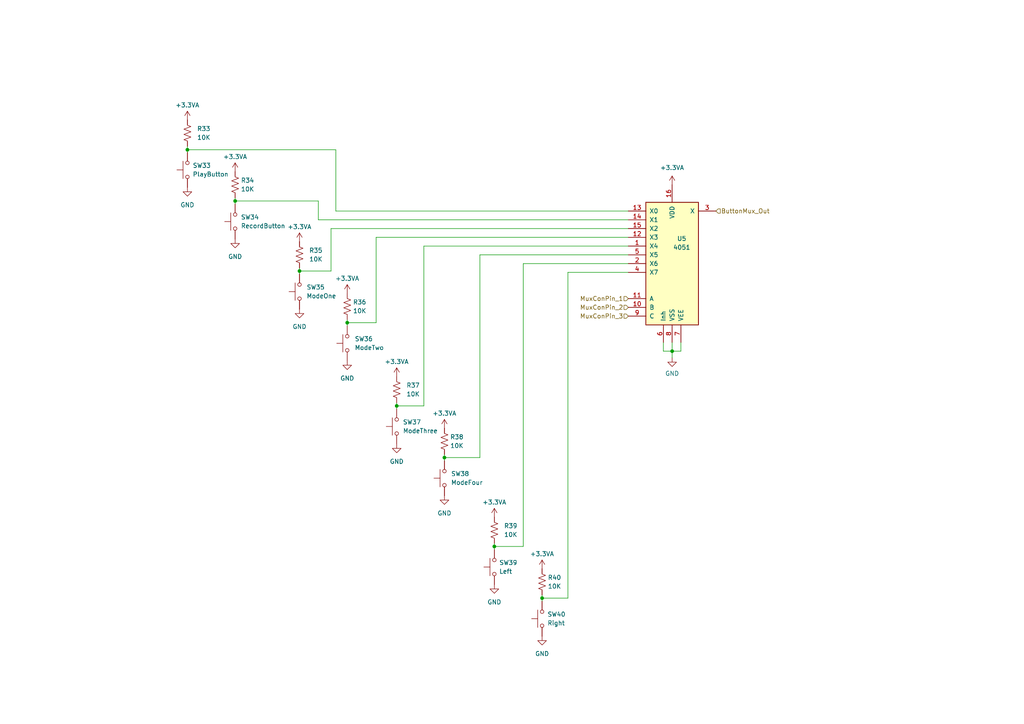
<source format=kicad_sch>
(kicad_sch (version 20230121) (generator eeschema)
  (paper "A4")
  (lib_symbols
    (symbol "4xxx:4051" (pin_names (offset 1.016))
      (property "Reference" "U1" (at 11.176 0 0))
      (property "Value" "4051" (at 11.176 -2.54 0))
      (symbol "4051_1_0"
        (pin passive line (at -12.7 5.08 0) (length 5.08) (name "X4") (number "1"))
        (pin input line (at -12.7 -12.7 0) (length 5.08) (name "B") (number "10"))
        (pin input line (at -12.7 -10.16 0) (length 5.08) (name "A") (number "11"))
        (pin passive line (at -12.7 7.62 0) (length 5.08) (name "X3") (number "12"))
        (pin passive line (at -12.7 15.24 0) (length 5.08) (name "X0") (number "13"))
        (pin passive line (at -12.7 12.7 0) (length 5.08) (name "X1") (number "14"))
        (pin passive line (at -12.7 10.16 0) (length 5.08) (name "X2") (number "15"))
        (pin power_in line (at 0 22.86 270) (length 5.08) (name "VDD") (number "16"))
        (pin passive line (at -12.7 0 0) (length 5.08) (name "X6") (number "2"))
        (pin passive line (at 12.7 15.24 180) (length 5.08) (name "X") (number "3"))
        (pin passive line (at -12.7 -2.54 0) (length 5.08) (name "X7") (number "4"))
        (pin passive line (at -12.7 2.54 0) (length 5.08) (name "X5") (number "5"))
        (pin input line (at -2.54 -22.86 90) (length 5.08) (name "Inh") (number "6"))
        (pin power_in line (at 2.54 -22.86 90) (length 5.08) (name "VEE") (number "7"))
        (pin power_in line (at 0 -22.86 90) (length 5.08) (name "VSS") (number "8"))
        (pin input line (at -12.7 -15.24 0) (length 5.08) (name "C") (number "9"))
      )
      (symbol "4051_1_1"
        (rectangle (start -7.62 17.78) (end 7.62 -17.78) (stroke (width 0.254)) (fill (type background)))
      )
    )
    (symbol "Device:R_US" (pin_numbers hide) (pin_names (offset 0))
      (property "Reference" "R" (at 2.54 0 90))
      (property "Value" "R_US" (at -2.54 0 90))
      (symbol "R_US_0_1"
        (polyline (pts (xy 0 -2.286) (xy 0 -2.54)))
        (polyline (pts (xy 0 2.286) (xy 0 2.54)))
        (polyline (pts (xy 0 -0.762) (xy 1.016 -1.143) (xy 0 -1.524) (xy -1.016 -1.905) (xy 0 -2.286)))
        (polyline (pts (xy 0 0.762) (xy 1.016 0.381) (xy 0 0) (xy -1.016 -0.381) (xy 0 -0.762)))
        (polyline (pts (xy 0 2.286) (xy 1.016 1.905) (xy 0 1.524) (xy -1.016 1.143) (xy 0 0.762)))
      )
      (symbol "R_US_1_1"
        (pin passive line (at 0 3.81 270) (length 1.27) (name "~") (number "1"))
        (pin passive line (at 0 -3.81 90) (length 1.27) (name "~") (number "2"))
      )
    )
    (symbol "Switch:SW_Push" (pin_numbers hide) (pin_names (offset 1.016) hide)
      (property "Reference" "SW" (at 1.27 2.54 0))
      (property "Value" "SW_Push" (at 0 -1.524 0))
      (symbol "SW_Push_0_1"
        (circle (center -2.032 0) (radius 0.508))
        (polyline (pts (xy 0 1.27) (xy 0 3.048)))
        (polyline (pts (xy 2.54 1.27) (xy -2.54 1.27)))
        (circle (center 2.032 0) (radius 0.508))
        (pin passive line (at -5.08 0 0) (length 2.54) (name "1") (number "1"))
        (pin passive line (at 5.08 0 180) (length 2.54) (name "2") (number "2"))
      )
    )
    (symbol "power:+3.3VA" (power) (pin_names (offset 0))
      (property "Value" "+3.3VA" (at 0 3.556 0))
      (symbol "+3.3VA_0_1"
        (polyline (pts (xy -0.762 1.27) (xy 0 2.54)))
        (polyline (pts (xy 0 0) (xy 0 2.54)))
        (polyline (pts (xy 0 2.54) (xy 0.762 1.27)))
      )
      (symbol "+3.3VA_1_1"
        (pin power_in line (at 0 0 90) (length 0) hide (name "+3.3VA") (number "1"))
      )
    )
    (symbol "power:GND" (power) (pin_names (offset 0))
      (property "Value" "GND" (at 0 -3.81 0))
      (symbol "GND_0_1"
        (polyline (pts (xy 0 0) (xy 0 -1.27) (xy 1.27 -1.27) (xy 0 -2.54) (xy -1.27 -1.27) (xy 0 -1.27)))
      )
      (symbol "GND_1_1"
        (pin power_in line (at 0 0 270) (length 0) hide (name "GND") (number "1"))
      )
    )
  )
  (junction (at 115.062 117.729))
  (junction (at 54.356 43.434))
  (junction (at 68.199 58.293))
  (junction (at 143.383 158.496))
  (junction (at 100.711 93.599))
  (junction (at 86.868 78.613))
  (junction (at 194.945 101.854))
  (junction (at 128.905 132.715))
  (junction (at 157.226 173.482))
  (wire (pts (xy 109.093 68.834) (xy 109.093 93.599)))
  (wire (pts (xy 97.409 61.214) (xy 97.409 43.434)))
  (wire (pts (xy 182.245 76.454) (xy 151.765 76.454)))
  (wire (pts (xy 115.062 117.729) (xy 115.062 118.618)))
  (wire (pts (xy 54.356 42.418) (xy 54.356 43.434)))
  (wire (pts (xy 68.199 58.293) (xy 92.329 58.293)))
  (wire (pts (xy 122.936 117.729) (xy 115.062 117.729)))
  (wire (pts (xy 157.226 173.482) (xy 157.226 174.371)))
  (wire (pts (xy 139.192 132.715) (xy 128.905 132.715)))
  (wire (pts (xy 128.905 131.826) (xy 128.905 132.715)))
  (wire (pts (xy 182.245 78.994) (xy 164.719 78.994)))
  (wire (pts (xy 109.093 93.599) (xy 100.711 93.599)))
  (wire (pts (xy 86.868 77.724) (xy 86.868 78.613)))
  (wire (pts (xy 92.329 63.754) (xy 92.329 58.293)))
  (wire (pts (xy 192.405 99.314) (xy 192.405 101.854)))
  (wire (pts (xy 68.199 58.293) (xy 68.199 59.182)))
  (wire (pts (xy 197.485 101.854) (xy 194.945 101.854)))
  (wire (pts (xy 54.356 43.434) (xy 54.356 44.196)))
  (wire (pts (xy 86.868 78.613) (xy 86.868 79.502)))
  (wire (pts (xy 192.405 101.854) (xy 194.945 101.854)))
  (wire (pts (xy 115.062 116.84) (xy 115.062 117.729)))
  (wire (pts (xy 96.012 78.613) (xy 86.868 78.613)))
  (wire (pts (xy 128.905 132.715) (xy 128.905 133.604)))
  (wire (pts (xy 100.711 92.71) (xy 100.711 93.599)))
  (wire (pts (xy 157.226 172.593) (xy 157.226 173.482)))
  (wire (pts (xy 139.192 73.914) (xy 139.192 132.715)))
  (wire (pts (xy 151.765 76.454) (xy 151.765 158.496)))
  (wire (pts (xy 194.945 101.854) (xy 194.945 103.759)))
  (wire (pts (xy 143.383 157.607) (xy 143.383 158.496)))
  (wire (pts (xy 92.329 63.754) (xy 182.245 63.754)))
  (wire (pts (xy 68.199 57.404) (xy 68.199 58.293)))
  (wire (pts (xy 54.356 43.434) (xy 97.409 43.434)))
  (wire (pts (xy 100.711 93.599) (xy 100.711 94.488)))
  (wire (pts (xy 182.245 66.294) (xy 96.012 66.294)))
  (wire (pts (xy 96.012 66.294) (xy 96.012 78.613)))
  (wire (pts (xy 182.245 61.214) (xy 97.409 61.214)))
  (wire (pts (xy 197.485 99.314) (xy 197.485 101.854)))
  (wire (pts (xy 182.245 71.374) (xy 122.936 71.374)))
  (wire (pts (xy 151.765 158.496) (xy 143.383 158.496)))
  (wire (pts (xy 122.936 71.374) (xy 122.936 117.729)))
  (wire (pts (xy 143.383 158.496) (xy 143.383 159.385)))
  (wire (pts (xy 164.719 78.994) (xy 164.719 173.482)))
  (wire (pts (xy 164.719 173.482) (xy 157.226 173.482)))
  (wire (pts (xy 182.245 68.834) (xy 109.093 68.834)))
  (wire (pts (xy 182.245 73.914) (xy 139.192 73.914)))
  (wire (pts (xy 194.945 99.314) (xy 194.945 101.854)))
  (hierarchical_label "ButtonMux_Out" (shape input) (at 207.645 61.214 0))
  (hierarchical_label "MuxConPin_2" (shape input) (at 182.245 89.154 180))
  (hierarchical_label "MuxConPin_3" (shape input) (at 182.245 91.694 180))
  (hierarchical_label "MuxConPin_1" (shape input) (at 182.245 86.614 180))
  (symbol (lib_id "Switch:SW_Push") (at 68.199 64.262 90) (unit 1)
    (property "Reference" "SW34" (at 69.85 62.992 90) (effects (justify right)))
    (property "Value" "RecordButton" (at 69.85 65.532 90) (effects (justify right)))
    (property "Footprint" "Button_Switch_Keyboard:SW_Cherry_MX_1.00u_PCB" (effects hide))
  )
  (symbol (lib_id "power:GND") (at 68.199 69.342 0) (unit 1)
    (property "Reference" "#PWR0104" (effects hide))
    (property "Value" "GND" (at 68.199 74.422 0))
  )
  (symbol (lib_id "Device:R_US") (at 157.226 168.783 0) (unit 1)
    (property "Reference" "R40" (at 158.877 167.513 0) (effects (justify left)))
    (property "Value" "10K" (at 158.877 170.053 0) (effects (justify left)))
    (property "Footprint" "Resistor_SMD:R_1206_3216Metric_Pad1.30x1.75mm_HandSolder" (effects hide))
  )
  (symbol (lib_id "power:GND") (at 54.356 54.356 0) (unit 1)
    (property "Reference" "#PWR0102" (effects hide))
    (property "Value" "GND" (at 54.356 59.436 0))
  )
  (symbol (lib_id "Switch:SW_Push") (at 86.868 84.582 90) (unit 1)
    (property "Reference" "SW35" (at 88.9 83.312 90) (effects (justify right)))
    (property "Value" "ModeOne" (at 88.9 85.852 90) (effects (justify right)))
    (property "Footprint" "Button_Switch_Keyboard:SW_Cherry_MX_1.00u_PCB" (effects hide))
  )
  (symbol (lib_id "power:GND") (at 86.868 89.662 0) (unit 1)
    (property "Reference" "#PWR0106" (effects hide))
    (property "Value" "GND" (at 86.868 94.742 0))
  )
  (symbol (lib_id "Device:R_US") (at 115.062 113.03 0) (unit 1)
    (property "Reference" "R37" (at 117.856 111.76 0) (effects (justify left)))
    (property "Value" "10K" (at 117.856 114.3 0) (effects (justify left)))
    (property "Footprint" "Resistor_SMD:R_1206_3216Metric_Pad1.30x1.75mm_HandSolder" (effects hide))
  )
  (symbol (lib_id "power:GND") (at 194.945 103.759 0) (unit 1)
    (property "Reference" "#PWR0118" (effects hide))
    (property "Value" "GND" (at 194.945 108.331 0))
  )
  (symbol (lib_id "power:GND") (at 157.226 184.531 0) (unit 1)
    (property "Reference" "#PWR0116" (effects hide))
    (property "Value" "GND" (at 157.226 189.611 0))
  )
  (symbol (lib_id "Switch:SW_Push") (at 54.356 49.276 90) (unit 1)
    (property "Reference" "SW33" (at 55.88 48.006 90) (effects (justify right)))
    (property "Value" "PlayButton" (at 55.88 50.546 90) (effects (justify right)))
    (property "Footprint" "Button_Switch_Keyboard:SW_Cherry_MX_1.00u_PCB" (effects hide))
  )
  (symbol (lib_id "power:GND") (at 100.711 104.648 0) (unit 1)
    (property "Reference" "#PWR0108" (effects hide))
    (property "Value" "GND" (at 100.711 109.728 0))
  )
  (symbol (lib_id "Switch:SW_Push") (at 143.383 164.465 90) (unit 1)
    (property "Reference" "SW39" (at 144.78 163.195 90) (effects (justify right)))
    (property "Value" "Left" (at 144.78 165.735 90) (effects (justify right)))
    (property "Footprint" "Button_Switch_Keyboard:SW_Cherry_MX_1.00u_PCB" (effects hide))
  )
  (symbol (lib_id "Switch:SW_Push") (at 100.711 99.568 90) (unit 1)
    (property "Reference" "SW36" (at 102.87 98.298 90) (effects (justify right)))
    (property "Value" "ModeTwo" (at 102.87 100.838 90) (effects (justify right)))
    (property "Footprint" "Button_Switch_Keyboard:SW_Cherry_MX_1.00u_PCB" (effects hide))
  )
  (symbol (lib_id "power:+3.3VA") (at 128.905 124.206 0) (unit 1)
    (property "Reference" "#PWR0111" (effects hide))
    (property "Value" "+3.3VA" (at 128.905 119.888 0))
  )
  (symbol (lib_id "power:+3.3VA") (at 115.062 109.22 0) (unit 1)
    (property "Reference" "#PWR0109" (effects hide))
    (property "Value" "+3.3VA" (at 115.062 104.902 0))
  )
  (symbol (lib_id "4xxx:4051") (at 194.945 76.454 0) (unit 1)
    (property "Reference" "U5" (at 197.739 69.215 0))
    (property "Value" "4051" (at 197.739 71.755 0))
    (property "Footprint" "Package_DIP:DIP-16_W7.62mm_LongPads" (effects hide))
    (property "Datasheet" "http://www.intersil.com/content/dam/Intersil/documents/cd40/cd4051bms-52bms-53bms.pdf" (effects hide))
  )
  (symbol (lib_id "power:+3.3VA") (at 68.199 49.784 0) (unit 1)
    (property "Reference" "#PWR0103" (effects hide))
    (property "Value" "+3.3VA" (at 68.199 45.466 0))
  )
  (symbol (lib_id "Device:R_US") (at 54.356 38.608 0) (unit 1)
    (property "Reference" "R33" (at 57.15 37.338 0) (effects (justify left)))
    (property "Value" "10K" (at 57.15 39.878 0) (effects (justify left)))
    (property "Footprint" "Resistor_SMD:R_1206_3216Metric_Pad1.30x1.75mm_HandSolder" (effects hide))
  )
  (symbol (lib_id "Switch:SW_Push") (at 157.226 179.451 90) (unit 1)
    (property "Reference" "SW40" (at 158.75 178.181 90) (effects (justify right)))
    (property "Value" "Right" (at 158.75 180.721 90) (effects (justify right)))
    (property "Footprint" "Button_Switch_Keyboard:SW_Cherry_MX_1.00u_PCB" (effects hide))
  )
  (symbol (lib_id "power:GND") (at 115.062 128.778 0) (unit 1)
    (property "Reference" "#PWR0110" (effects hide))
    (property "Value" "GND" (at 115.062 133.858 0))
  )
  (symbol (lib_id "power:+3.3VA") (at 143.383 149.987 0) (unit 1)
    (property "Reference" "#PWR0113" (effects hide))
    (property "Value" "+3.3VA" (at 143.383 145.669 0))
  )
  (symbol (lib_id "power:GND") (at 143.383 169.545 0) (unit 1)
    (property "Reference" "#PWR0114" (effects hide))
    (property "Value" "GND" (at 143.383 174.625 0))
  )
  (symbol (lib_id "power:+3.3VA") (at 157.226 164.973 0) (unit 1)
    (property "Reference" "#PWR0115" (effects hide))
    (property "Value" "+3.3VA" (at 157.226 160.655 0))
  )
  (symbol (lib_id "power:+3.3VA") (at 86.868 70.104 0) (unit 1)
    (property "Reference" "#PWR0105" (effects hide))
    (property "Value" "+3.3VA" (at 86.868 65.786 0))
  )
  (symbol (lib_id "Device:R_US") (at 128.905 128.016 0) (unit 1)
    (property "Reference" "R38" (at 130.556 126.746 0) (effects (justify left)))
    (property "Value" "10K" (at 130.556 129.286 0) (effects (justify left)))
    (property "Footprint" "Resistor_SMD:R_1206_3216Metric_Pad1.30x1.75mm_HandSolder" (effects hide))
  )
  (symbol (lib_id "Device:R_US") (at 68.199 53.594 0) (unit 1)
    (property "Reference" "R34" (at 69.85 52.324 0) (effects (justify left)))
    (property "Value" "10K" (at 69.85 54.864 0) (effects (justify left)))
    (property "Footprint" "Resistor_SMD:R_1206_3216Metric_Pad1.30x1.75mm_HandSolder" (effects hide))
  )
  (symbol (lib_id "Device:R_US") (at 100.711 88.9 0) (unit 1)
    (property "Reference" "R36" (at 102.362 87.63 0) (effects (justify left)))
    (property "Value" "10K" (at 102.362 90.17 0) (effects (justify left)))
    (property "Footprint" "Resistor_SMD:R_1206_3216Metric_Pad1.30x1.75mm_HandSolder" (effects hide))
  )
  (symbol (lib_id "power:GND") (at 128.905 143.764 0) (unit 1)
    (property "Reference" "#PWR0112" (effects hide))
    (property "Value" "GND" (at 128.905 148.844 0))
  )
  (symbol (lib_id "Switch:SW_Push") (at 115.062 123.698 90) (unit 1)
    (property "Reference" "SW37" (at 116.84 122.428 90) (effects (justify right)))
    (property "Value" "ModeThree" (at 116.84 124.968 90) (effects (justify right)))
    (property "Footprint" "Button_Switch_Keyboard:SW_Cherry_MX_1.00u_PCB" (effects hide))
  )
  (symbol (lib_id "Device:R_US") (at 86.868 73.914 0) (unit 1)
    (property "Reference" "R35" (at 89.662 72.644 0) (effects (justify left)))
    (property "Value" "10K" (at 89.662 75.184 0) (effects (justify left)))
    (property "Footprint" "Resistor_SMD:R_1206_3216Metric_Pad1.30x1.75mm_HandSolder" (effects hide))
  )
  (symbol (lib_id "Switch:SW_Push") (at 128.905 138.684 90) (unit 1)
    (property "Reference" "SW38" (at 130.81 137.414 90) (effects (justify right)))
    (property "Value" "ModeFour" (at 130.81 139.954 90) (effects (justify right)))
    (property "Footprint" "Button_Switch_Keyboard:SW_Cherry_MX_1.00u_PCB" (effects hide))
  )
  (symbol (lib_id "power:+3.3VA") (at 54.356 34.798 0) (unit 1)
    (property "Reference" "#PWR0101" (effects hide))
    (property "Value" "+3.3VA" (at 54.356 30.48 0))
  )
  (symbol (lib_id "power:+3.3VA") (at 100.711 85.09 0) (unit 1)
    (property "Reference" "#PWR0107" (effects hide))
    (property "Value" "+3.3VA" (at 100.711 80.772 0))
  )
  (symbol (lib_id "Device:R_US") (at 143.383 153.797 0) (unit 1)
    (property "Reference" "R39" (at 146.177 152.527 0) (effects (justify left)))
    (property "Value" "10K" (at 146.177 155.067 0) (effects (justify left)))
    (property "Footprint" "Resistor_SMD:R_1206_3216Metric_Pad1.30x1.75mm_HandSolder" (effects hide))
  )
  (symbol (lib_id "power:+3.3VA") (at 194.945 53.594 0) (unit 1)
    (property "Reference" "#PWR0117" (effects hide))
    (property "Value" "+3.3VA" (at 194.945 48.641 0))
  )
)
</source>
